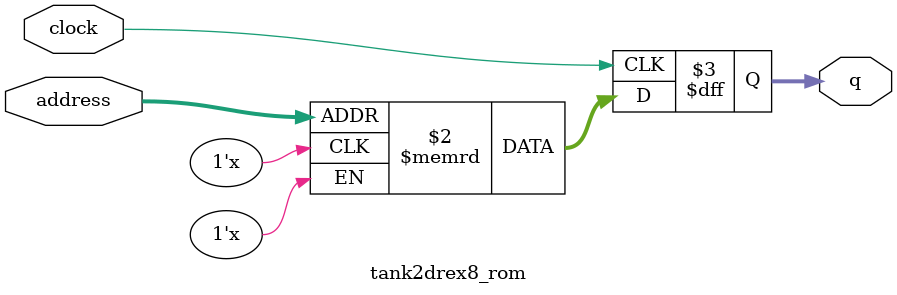
<source format=sv>
module tank2drex8_rom (
	input logic clock,
	input logic [9:0] address,
	output logic [3:0] q
);

logic [3:0] memory [0:1023] /* synthesis ram_init_file = "./tank2drex8/tank2drex8.mif" */;

always_ff @ (posedge clock) begin
	q <= memory[address];
end

endmodule

</source>
